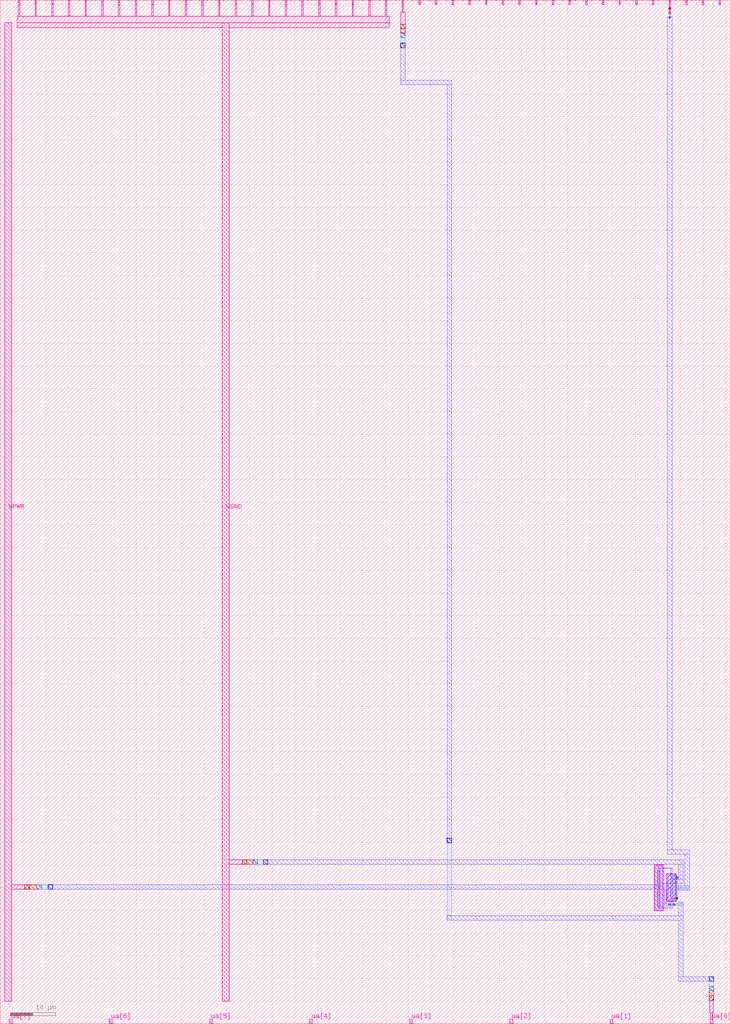
<source format=lef>
VERSION 5.7 ;
  NOWIREEXTENSIONATPIN ON ;
  DIVIDERCHAR "/" ;
  BUSBITCHARS "[]" ;
MACRO tt_um_algofoogle_tt06_grab_bag
  CLASS BLOCK ;
  FOREIGN tt_um_algofoogle_tt06_grab_bag ;
  ORIGIN 0.000 0.000 ;
  SIZE 161.000 BY 225.760 ;
  PIN clk
    DIRECTION INPUT ;
    USE SIGNAL ;
    PORT
      LAYER met4 ;
        RECT 154.870 224.760 155.170 225.760 ;
    END
  END clk
  PIN ena
    DIRECTION INPUT ;
    USE SIGNAL ;
    PORT
      LAYER met4 ;
        RECT 158.550 224.760 158.850 225.760 ;
    END
  END ena
  PIN rst_n
    DIRECTION INPUT ;
    USE SIGNAL ;
    PORT
      LAYER met4 ;
        RECT 151.190 224.760 151.490 225.760 ;
    END
  END rst_n
  PIN ua[0]
    DIRECTION INOUT ;
    USE SIGNAL ;
    ANTENNADIFFAREA 3.480000 ;
    PORT
      LAYER met4 ;
        RECT 156.560 0.000 157.160 1.000 ;
    END
  END ua[0]
  PIN ua[1]
    DIRECTION INOUT ;
    USE SIGNAL ;
    PORT
      LAYER met4 ;
        RECT 134.480 0.000 135.080 1.000 ;
    END
  END ua[1]
  PIN ua[2]
    DIRECTION INOUT ;
    USE SIGNAL ;
    PORT
      LAYER met4 ;
        RECT 112.400 0.000 113.000 1.000 ;
    END
  END ua[2]
  PIN ua[3]
    DIRECTION INOUT ;
    USE SIGNAL ;
    PORT
      LAYER met4 ;
        RECT 90.320 0.000 90.920 1.000 ;
    END
  END ua[3]
  PIN ua[4]
    DIRECTION INOUT ;
    USE SIGNAL ;
    PORT
      LAYER met4 ;
        RECT 68.240 0.000 68.840 1.000 ;
    END
  END ua[4]
  PIN ua[5]
    DIRECTION INOUT ;
    USE SIGNAL ;
    PORT
      LAYER met4 ;
        RECT 46.160 0.000 46.760 1.000 ;
    END
  END ua[5]
  PIN ua[6]
    DIRECTION INOUT ;
    USE SIGNAL ;
    PORT
      LAYER met4 ;
        RECT 24.080 0.000 24.680 1.000 ;
    END
  END ua[6]
  PIN ua[7]
    DIRECTION INOUT ;
    USE SIGNAL ;
    PORT
      LAYER met4 ;
        RECT 2.000 0.000 2.600 1.000 ;
    END
  END ua[7]
  PIN ui_in[0]
    DIRECTION INPUT ;
    USE SIGNAL ;
    ANTENNAGATEAREA 1.800000 ;
    PORT
      LAYER met4 ;
        RECT 147.510 224.760 147.810 225.760 ;
    END
  END ui_in[0]
  PIN ui_in[1]
    DIRECTION INPUT ;
    USE SIGNAL ;
    PORT
      LAYER met4 ;
        RECT 143.830 224.760 144.130 225.760 ;
    END
  END ui_in[1]
  PIN ui_in[2]
    DIRECTION INPUT ;
    USE SIGNAL ;
    PORT
      LAYER met4 ;
        RECT 140.150 224.760 140.450 225.760 ;
    END
  END ui_in[2]
  PIN ui_in[3]
    DIRECTION INPUT ;
    USE SIGNAL ;
    PORT
      LAYER met4 ;
        RECT 136.470 224.760 136.770 225.760 ;
    END
  END ui_in[3]
  PIN ui_in[4]
    DIRECTION INPUT ;
    USE SIGNAL ;
    PORT
      LAYER met4 ;
        RECT 132.790 224.760 133.090 225.760 ;
    END
  END ui_in[4]
  PIN ui_in[5]
    DIRECTION INPUT ;
    USE SIGNAL ;
    PORT
      LAYER met4 ;
        RECT 129.110 224.760 129.410 225.760 ;
    END
  END ui_in[5]
  PIN ui_in[6]
    DIRECTION INPUT ;
    USE SIGNAL ;
    PORT
      LAYER met4 ;
        RECT 125.430 224.760 125.730 225.760 ;
    END
  END ui_in[6]
  PIN ui_in[7]
    DIRECTION INPUT ;
    USE SIGNAL ;
    PORT
      LAYER met4 ;
        RECT 121.750 224.760 122.050 225.760 ;
    END
  END ui_in[7]
  PIN uio_in[0]
    DIRECTION INPUT ;
    USE SIGNAL ;
    PORT
      LAYER met4 ;
        RECT 118.070 224.760 118.370 225.760 ;
    END
  END uio_in[0]
  PIN uio_in[1]
    DIRECTION INPUT ;
    USE SIGNAL ;
    PORT
      LAYER met4 ;
        RECT 114.390 224.760 114.690 225.760 ;
    END
  END uio_in[1]
  PIN uio_in[2]
    DIRECTION INPUT ;
    USE SIGNAL ;
    PORT
      LAYER met4 ;
        RECT 110.710 224.760 111.010 225.760 ;
    END
  END uio_in[2]
  PIN uio_in[3]
    DIRECTION INPUT ;
    USE SIGNAL ;
    PORT
      LAYER met4 ;
        RECT 107.030 224.760 107.330 225.760 ;
    END
  END uio_in[3]
  PIN uio_in[4]
    DIRECTION INPUT ;
    USE SIGNAL ;
    PORT
      LAYER met4 ;
        RECT 103.350 224.760 103.650 225.760 ;
    END
  END uio_in[4]
  PIN uio_in[5]
    DIRECTION INPUT ;
    USE SIGNAL ;
    PORT
      LAYER met4 ;
        RECT 99.670 224.760 99.970 225.760 ;
    END
  END uio_in[5]
  PIN uio_in[6]
    DIRECTION INPUT ;
    USE SIGNAL ;
    PORT
      LAYER met4 ;
        RECT 95.990 224.760 96.290 225.760 ;
    END
  END uio_in[6]
  PIN uio_in[7]
    DIRECTION INPUT ;
    USE SIGNAL ;
    PORT
      LAYER met4 ;
        RECT 92.310 224.760 92.610 225.760 ;
    END
  END uio_in[7]
  PIN uio_oe[0]
    DIRECTION OUTPUT ;
    USE SIGNAL ;
    ANTENNADIFFAREA 3.591000 ;
    PORT
      LAYER met4 ;
        RECT 29.750 224.760 30.050 225.760 ;
    END
  END uio_oe[0]
  PIN uio_oe[1]
    DIRECTION OUTPUT ;
    USE SIGNAL ;
    ANTENNADIFFAREA 3.591000 ;
    PORT
      LAYER met4 ;
        RECT 26.070 224.760 26.370 225.760 ;
    END
  END uio_oe[1]
  PIN uio_oe[2]
    DIRECTION OUTPUT ;
    USE SIGNAL ;
    ANTENNADIFFAREA 3.591000 ;
    PORT
      LAYER met4 ;
        RECT 22.390 224.760 22.690 225.760 ;
    END
  END uio_oe[2]
  PIN uio_oe[3]
    DIRECTION OUTPUT ;
    USE SIGNAL ;
    ANTENNADIFFAREA 3.591000 ;
    PORT
      LAYER met4 ;
        RECT 18.710 224.760 19.010 225.760 ;
    END
  END uio_oe[3]
  PIN uio_oe[4]
    DIRECTION OUTPUT ;
    USE SIGNAL ;
    ANTENNADIFFAREA 3.591000 ;
    PORT
      LAYER met4 ;
        RECT 15.030 224.760 15.330 225.760 ;
    END
  END uio_oe[4]
  PIN uio_oe[5]
    DIRECTION OUTPUT ;
    USE SIGNAL ;
    ANTENNADIFFAREA 3.591000 ;
    PORT
      LAYER met4 ;
        RECT 11.350 224.760 11.650 225.760 ;
    END
  END uio_oe[5]
  PIN uio_oe[6]
    DIRECTION OUTPUT ;
    USE SIGNAL ;
    ANTENNADIFFAREA 3.591000 ;
    PORT
      LAYER met4 ;
        RECT 7.670 224.760 7.970 225.760 ;
    END
  END uio_oe[6]
  PIN uio_oe[7]
    DIRECTION OUTPUT ;
    USE SIGNAL ;
    ANTENNADIFFAREA 3.591000 ;
    PORT
      LAYER met4 ;
        RECT 3.990 224.760 4.290 225.760 ;
    END
  END uio_oe[7]
  PIN uio_out[0]
    DIRECTION OUTPUT ;
    USE SIGNAL ;
    ANTENNADIFFAREA 3.591000 ;
    PORT
      LAYER met4 ;
        RECT 59.190 224.760 59.490 225.760 ;
    END
  END uio_out[0]
  PIN uio_out[1]
    DIRECTION OUTPUT ;
    USE SIGNAL ;
    ANTENNADIFFAREA 3.591000 ;
    PORT
      LAYER met4 ;
        RECT 55.510 224.760 55.810 225.760 ;
    END
  END uio_out[1]
  PIN uio_out[2]
    DIRECTION OUTPUT ;
    USE SIGNAL ;
    ANTENNADIFFAREA 3.591000 ;
    PORT
      LAYER met4 ;
        RECT 51.830 224.760 52.130 225.760 ;
    END
  END uio_out[2]
  PIN uio_out[3]
    DIRECTION OUTPUT ;
    USE SIGNAL ;
    ANTENNADIFFAREA 3.591000 ;
    PORT
      LAYER met4 ;
        RECT 48.150 224.760 48.450 225.760 ;
    END
  END uio_out[3]
  PIN uio_out[4]
    DIRECTION OUTPUT ;
    USE SIGNAL ;
    ANTENNADIFFAREA 3.591000 ;
    PORT
      LAYER met4 ;
        RECT 44.470 224.760 44.770 225.760 ;
    END
  END uio_out[4]
  PIN uio_out[5]
    DIRECTION OUTPUT ;
    USE SIGNAL ;
    ANTENNADIFFAREA 3.591000 ;
    PORT
      LAYER met4 ;
        RECT 40.790 224.760 41.090 225.760 ;
    END
  END uio_out[5]
  PIN uio_out[6]
    DIRECTION OUTPUT ;
    USE SIGNAL ;
    ANTENNADIFFAREA 3.591000 ;
    PORT
      LAYER met4 ;
        RECT 37.110 224.760 37.410 225.760 ;
    END
  END uio_out[6]
  PIN uio_out[7]
    DIRECTION OUTPUT ;
    USE SIGNAL ;
    ANTENNADIFFAREA 3.591000 ;
    PORT
      LAYER met4 ;
        RECT 33.430 224.760 33.730 225.760 ;
    END
  END uio_out[7]
  PIN uo_out[0]
    DIRECTION OUTPUT ;
    USE SIGNAL ;
    ANTENNADIFFAREA 3.480000 ;
    PORT
      LAYER met4 ;
        RECT 88.630 224.760 88.930 225.760 ;
    END
  END uo_out[0]
  PIN uo_out[1]
    DIRECTION OUTPUT ;
    USE SIGNAL ;
    ANTENNADIFFAREA 3.591000 ;
    PORT
      LAYER met4 ;
        RECT 84.950 224.760 85.250 225.760 ;
    END
  END uo_out[1]
  PIN uo_out[2]
    DIRECTION OUTPUT ;
    USE SIGNAL ;
    ANTENNADIFFAREA 3.591000 ;
    PORT
      LAYER met4 ;
        RECT 81.270 224.760 81.570 225.760 ;
    END
  END uo_out[2]
  PIN uo_out[3]
    DIRECTION OUTPUT ;
    USE SIGNAL ;
    ANTENNADIFFAREA 3.591000 ;
    PORT
      LAYER met4 ;
        RECT 77.590 224.760 77.890 225.760 ;
    END
  END uo_out[3]
  PIN uo_out[4]
    DIRECTION OUTPUT ;
    USE SIGNAL ;
    ANTENNADIFFAREA 3.591000 ;
    PORT
      LAYER met4 ;
        RECT 73.910 224.760 74.210 225.760 ;
    END
  END uo_out[4]
  PIN uo_out[5]
    DIRECTION OUTPUT ;
    USE SIGNAL ;
    ANTENNADIFFAREA 3.591000 ;
    PORT
      LAYER met4 ;
        RECT 70.230 224.760 70.530 225.760 ;
    END
  END uo_out[5]
  PIN uo_out[6]
    DIRECTION OUTPUT ;
    USE SIGNAL ;
    ANTENNADIFFAREA 3.591000 ;
    PORT
      LAYER met4 ;
        RECT 66.550 224.760 66.850 225.760 ;
    END
  END uo_out[6]
  PIN uo_out[7]
    DIRECTION OUTPUT ;
    USE SIGNAL ;
    ANTENNADIFFAREA 3.591000 ;
    PORT
      LAYER met4 ;
        RECT 62.870 224.760 63.170 225.760 ;
    END
  END uo_out[7]
  PIN VPWR
    DIRECTION INOUT ;
    USE POWER ;
    PORT
      LAYER met4 ;
        RECT 1.000 5.000 2.500 220.760 ;
    END
  END VPWR
  PIN VGND
    DIRECTION INOUT ;
    USE GROUND ;
    PORT
      LAYER met4 ;
        RECT 49.000 5.000 50.500 220.760 ;
    END
  END VGND
  OBS
      LAYER nwell ;
        RECT 144.215 24.870 146.325 35.060 ;
      LAYER pwell ;
        RECT 147.030 26.935 149.140 33.035 ;
      LAYER li1 ;
        RECT 144.395 34.710 146.145 34.880 ;
        RECT 144.395 30.535 144.565 34.710 ;
        RECT 145.105 34.200 145.435 34.370 ;
        RECT 144.330 29.835 144.630 30.535 ;
        RECT 144.395 25.220 144.565 29.835 ;
        RECT 144.965 25.945 145.135 33.985 ;
        RECT 145.405 25.945 145.575 33.985 ;
        RECT 145.105 25.560 145.435 25.730 ;
        RECT 145.975 25.220 146.145 34.710 ;
        RECT 147.210 32.685 148.960 32.855 ;
        RECT 147.210 27.285 147.380 32.685 ;
        RECT 147.920 32.175 148.250 32.345 ;
        RECT 147.780 27.965 147.950 32.005 ;
        RECT 148.220 27.965 148.390 32.005 ;
        RECT 148.790 31.735 148.960 32.685 ;
        RECT 148.730 30.935 149.030 31.735 ;
        RECT 147.920 27.625 148.250 27.795 ;
        RECT 148.790 27.285 148.960 30.935 ;
        RECT 147.210 27.115 148.960 27.285 ;
        RECT 144.395 25.050 146.145 25.220 ;
      LAYER mcon ;
        RECT 145.185 34.200 145.355 34.370 ;
        RECT 144.330 29.835 144.630 30.535 ;
        RECT 144.965 26.025 145.135 33.905 ;
        RECT 145.405 26.025 145.575 33.905 ;
        RECT 145.185 25.560 145.355 25.730 ;
        RECT 148.000 32.175 148.170 32.345 ;
        RECT 147.780 28.045 147.950 31.925 ;
        RECT 148.220 28.045 148.390 31.925 ;
        RECT 148.730 30.935 149.030 31.735 ;
        RECT 148.000 27.625 148.170 27.795 ;
      LAYER met1 ;
        RECT 88.300 208.050 89.300 216.330 ;
        RECT 88.300 207.050 99.550 208.050 ;
        RECT 98.550 40.950 99.550 207.050 ;
        RECT 98.520 39.950 99.580 40.950 ;
        RECT 147.160 38.430 148.160 222.100 ;
        RECT 147.160 37.430 152.050 38.430 ;
        RECT 147.160 37.400 148.160 37.430 ;
        RECT 57.990 35.185 150.580 36.185 ;
        RECT 145.130 34.400 148.230 34.435 ;
        RECT 145.125 34.170 148.230 34.400 ;
        RECT 145.130 34.135 148.230 34.170 ;
        RECT 144.935 30.685 145.165 33.965 ;
        RECT 145.375 30.935 145.605 33.965 ;
        RECT 147.930 32.435 148.230 34.135 ;
        RECT 149.130 32.435 149.430 32.465 ;
        RECT 147.830 32.135 149.430 32.435 ;
        RECT 149.130 32.105 149.430 32.135 ;
        RECT 147.750 30.935 147.980 31.985 ;
        RECT 148.190 31.835 148.420 31.985 ;
        RECT 149.580 31.835 150.580 35.185 ;
        RECT 10.510 29.685 145.180 30.685 ;
        RECT 145.375 29.685 147.980 30.935 ;
        RECT 148.180 30.835 150.580 31.835 ;
        RECT 144.935 25.965 145.165 29.685 ;
        RECT 145.375 25.965 145.605 29.685 ;
        RECT 146.580 26.435 146.880 29.685 ;
        RECT 147.750 27.985 147.980 29.685 ;
        RECT 148.190 27.985 148.420 30.835 ;
        RECT 151.020 30.450 152.020 37.430 ;
        RECT 149.600 30.435 152.020 30.450 ;
        RECT 149.130 30.085 149.430 30.115 ;
        RECT 149.580 30.085 152.020 30.435 ;
        RECT 149.130 29.785 152.020 30.085 ;
        RECT 149.130 29.755 149.430 29.785 ;
        RECT 149.580 29.460 152.020 29.785 ;
        RECT 149.580 29.435 150.580 29.460 ;
        RECT 149.130 27.835 149.430 27.865 ;
        RECT 147.830 27.535 149.430 27.835 ;
        RECT 147.430 26.435 147.730 26.465 ;
        RECT 146.580 26.135 147.730 26.435 ;
        RECT 147.430 26.105 147.730 26.135 ;
        RECT 147.930 25.785 148.230 27.535 ;
        RECT 149.130 27.505 149.430 27.535 ;
        RECT 149.580 26.435 150.580 26.785 ;
        RECT 148.450 26.135 150.580 26.435 ;
        RECT 145.080 25.485 148.230 25.785 ;
        RECT 98.550 23.850 99.550 23.880 ;
        RECT 149.580 23.850 150.580 26.135 ;
        RECT 98.550 22.850 150.580 23.850 ;
        RECT 98.550 22.820 99.550 22.850 ;
        RECT 149.580 10.350 150.580 22.850 ;
        RECT 156.350 10.350 157.350 10.380 ;
        RECT 149.580 9.350 157.350 10.350 ;
        RECT 156.350 9.320 157.350 9.350 ;
      LAYER via ;
        RECT 147.510 221.750 147.810 222.050 ;
        RECT 88.300 215.300 89.300 216.300 ;
        RECT 98.550 39.950 99.550 40.950 ;
        RECT 58.020 35.185 59.020 36.185 ;
        RECT 149.130 32.135 149.430 32.435 ;
        RECT 10.540 29.685 11.540 30.685 ;
        RECT 149.130 27.535 149.430 27.835 ;
        RECT 147.430 26.135 147.730 26.435 ;
        RECT 148.480 26.135 148.780 26.435 ;
        RECT 156.350 9.350 157.350 10.350 ;
      LAYER met2 ;
        RECT 147.510 222.950 147.810 222.960 ;
        RECT 147.475 222.670 147.845 222.950 ;
        RECT 147.510 221.720 147.810 222.670 ;
        RECT 88.300 216.300 89.300 218.545 ;
        RECT 88.270 215.300 89.330 216.300 ;
        RECT 58.020 36.185 59.020 36.215 ;
        RECT 55.735 35.185 59.020 36.185 ;
        RECT 58.020 35.155 59.020 35.185 ;
        RECT 10.540 30.685 11.540 30.715 ;
        RECT 8.055 29.685 11.540 30.685 ;
        RECT 10.540 29.655 11.540 29.685 ;
        RECT 98.550 23.850 99.550 40.980 ;
        RECT 149.100 32.135 149.460 32.435 ;
        RECT 149.130 30.085 149.430 32.135 ;
        RECT 149.100 29.785 149.460 30.085 ;
        RECT 149.130 27.835 149.430 29.785 ;
        RECT 149.100 27.535 149.460 27.835 ;
        RECT 148.480 26.435 148.780 26.465 ;
        RECT 147.400 26.135 148.780 26.435 ;
        RECT 148.480 26.105 148.780 26.135 ;
        RECT 98.520 22.850 99.580 23.850 ;
        RECT 156.320 9.350 157.380 10.350 ;
        RECT 156.350 7.255 157.350 9.350 ;
      LAYER via2 ;
        RECT 147.520 222.670 147.800 222.950 ;
        RECT 88.300 217.500 89.300 218.500 ;
        RECT 55.780 35.185 56.780 36.185 ;
        RECT 8.100 29.685 9.100 30.685 ;
        RECT 156.350 7.300 157.350 8.300 ;
      LAYER met3 ;
        RECT 147.470 223.760 147.850 224.080 ;
        RECT 147.510 222.975 147.810 223.760 ;
        RECT 147.495 222.645 147.825 222.975 ;
        RECT 88.300 218.525 89.300 220.480 ;
        RECT 88.275 217.475 89.325 218.525 ;
        RECT 55.755 36.185 56.805 36.210 ;
        RECT 53.320 35.185 56.805 36.185 ;
        RECT 55.755 35.160 56.805 35.185 ;
        RECT 8.075 30.685 9.125 30.710 ;
        RECT 5.390 29.685 9.125 30.685 ;
        RECT 8.075 29.660 9.125 29.685 ;
        RECT 156.325 7.275 157.375 8.325 ;
        RECT 156.350 5.170 157.350 7.275 ;
      LAYER via3 ;
        RECT 147.500 223.760 147.820 224.080 ;
        RECT 88.300 219.450 89.300 220.450 ;
        RECT 53.350 35.185 54.350 36.185 ;
        RECT 5.420 29.685 6.420 30.685 ;
        RECT 156.350 5.200 157.350 6.200 ;
      LAYER met4 ;
        RECT 3.990 222.190 4.290 224.760 ;
        RECT 7.670 222.190 7.970 224.760 ;
        RECT 11.350 222.190 11.650 224.760 ;
        RECT 15.030 222.190 15.330 224.760 ;
        RECT 18.710 222.190 19.010 224.760 ;
        RECT 22.390 222.190 22.690 224.760 ;
        RECT 26.070 222.190 26.370 224.760 ;
        RECT 29.750 222.190 30.050 224.760 ;
        RECT 33.430 222.190 33.730 224.760 ;
        RECT 37.110 222.190 37.410 224.760 ;
        RECT 40.790 222.190 41.090 224.760 ;
        RECT 44.470 222.190 44.770 224.760 ;
        RECT 48.150 222.190 48.450 224.760 ;
        RECT 51.830 222.190 52.130 224.760 ;
        RECT 55.510 222.190 55.810 224.760 ;
        RECT 59.190 222.190 59.490 224.760 ;
        RECT 62.870 222.190 63.170 224.760 ;
        RECT 66.550 222.190 66.850 224.760 ;
        RECT 70.230 222.190 70.530 224.760 ;
        RECT 73.910 222.190 74.210 224.760 ;
        RECT 77.590 222.190 77.890 224.760 ;
        RECT 81.270 222.190 81.570 224.760 ;
        RECT 84.950 222.190 85.250 224.760 ;
        RECT 88.630 223.100 88.930 224.760 ;
        RECT 147.510 224.085 147.810 224.760 ;
        RECT 147.495 223.755 147.825 224.085 ;
        RECT 3.740 220.760 85.840 222.190 ;
        RECT 3.740 219.630 49.000 220.760 ;
        RECT 50.500 219.630 85.840 220.760 ;
        RECT 88.300 220.455 89.300 223.100 ;
        RECT 88.295 219.445 89.305 220.455 ;
        RECT 53.345 36.185 54.355 36.190 ;
        RECT 50.500 35.185 54.355 36.185 ;
        RECT 53.345 35.180 54.355 35.185 ;
        RECT 5.415 30.685 6.425 30.690 ;
        RECT 2.500 29.685 6.425 30.685 ;
        RECT 5.415 29.680 6.425 29.685 ;
        RECT 156.345 5.195 157.355 6.205 ;
        RECT 156.430 2.480 157.275 5.195 ;
        RECT 156.560 1.000 157.160 2.480 ;
  END
END tt_um_algofoogle_tt06_grab_bag
END LIBRARY


</source>
